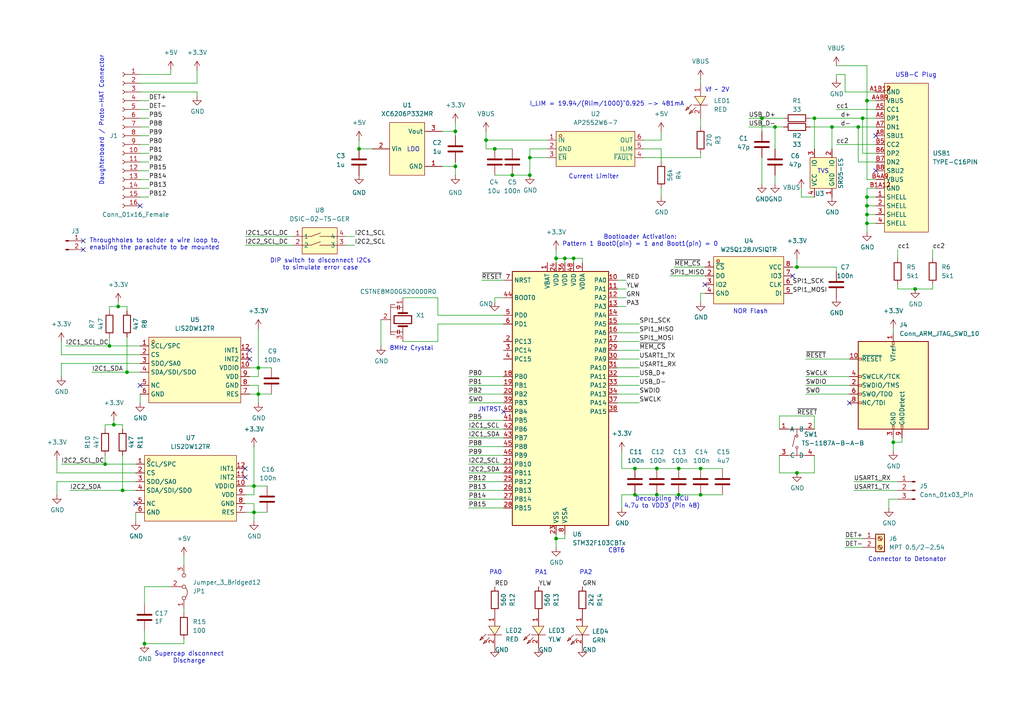
<source format=kicad_sch>
(kicad_sch (version 20231120) (generator "eeschema") (generator_version "8.0")
  (paper "A4")
  (title_block (title "ARES Parachute Board") (date "2025-02-14") (rev "v1.1") (company "Hochschule Luzern, Technik & Architektur") (comment 1 "Peter Allenspach"))
  (junction (at 140.97 40.64))
  (junction (at 33.02 123.19))
  (junction (at 148.59 50.8))
  (junction (at 34.29 88.9))
  (junction (at 231.14 137.16))
  (junction (at 74.93 106.68))
  (junction (at 161.29 156.21))
  (junction (at 184.15 135.89))
  (junction (at 190.5 143.51))
  (junction (at 259.08 128.27))
  (junction (at 41.91 186.69))
  (junction (at 153.67 45.72))
  (junction (at 251.46 62.23))
  (junction (at 224.79 36.83))
  (junction (at 104.14 43.18))
  (junction (at 132.08 48.26))
  (junction (at 248.92 36.83))
  (junction (at 251.46 29.21))
  (junction (at 163.83 74.93))
  (junction (at 184.15 143.51))
  (junction (at 251.46 59.69))
  (junction (at 220.98 34.29))
  (junction (at 196.85 143.51))
  (junction (at 265.43 83.82))
  (junction (at 132.08 38.1))
  (junction (at 74.93 114.3))
  (junction (at 251.46 57.15))
  (junction (at 36.83 107.95))
  (junction (at 250.19 34.29))
  (junction (at 190.5 135.89))
  (junction (at 203.2 143.51))
  (junction (at 35.56 142.24))
  (junction (at 143.51 43.18))
  (junction (at 153.67 50.8))
  (junction (at 73.66 140.97))
  (junction (at 166.37 74.93))
  (junction (at 161.29 74.93))
  (junction (at 203.2 135.89))
  (junction (at 196.85 135.89))
  (junction (at 31.75 100.33))
  (junction (at 30.48 134.62))
  (junction (at 241.3 36.83))
  (junction (at 251.46 64.77))
  (junction (at 236.22 34.29))
  (junction (at 231.14 77.47))
  (junction (at 73.66 148.59))
  (no_connect (at 72.39 104.14))
  (no_connect (at 39.37 146.05))
  (no_connect (at 246.38 116.84))
  (no_connect (at 40.64 111.76))
  (no_connect (at 40.64 59.69))
  (no_connect (at 146.05 119.38))
  (no_connect (at 24.13 72.39))
  (no_connect (at 71.12 135.89))
  (no_connect (at 254 39.37))
  (no_connect (at 71.12 138.43))
  (no_connect (at 254 49.53))
  (no_connect (at 72.39 101.6))
  (no_connect (at 229.87 80.01))
  (no_connect (at 24.13 69.85))
  (no_connect (at 204.47 82.55))
  (wire (pts (xy 57.15 20.32) (xy 57.15 24.13)))
  (wire (pts (xy 248.92 46.99) (xy 248.92 36.83)))
  (wire (pts (xy 31.75 100.33) (xy 40.64 100.33)))
  (wire (pts (xy 179.07 81.28) (xy 181.61 81.28)))
  (wire (pts (xy 132.08 35.56) (xy 132.08 38.1)))
  (wire (pts (xy 220.98 34.29) (xy 227.33 34.29)))
  (wire (pts (xy 261.62 128.27) (xy 259.08 128.27)))
  (wire (pts (xy 143.51 86.36) (xy 146.05 86.36)))
  (wire (pts (xy 241.3 36.83) (xy 241.3 43.18)))
  (wire (pts (xy 20.32 142.24) (xy 35.56 142.24)))
  (wire (pts (xy 104.14 43.18) (xy 107.95 43.18)))
  (wire (pts (xy 49.53 20.32) (xy 49.53 21.59)))
  (wire (pts (xy 179.07 99.06) (xy 185.42 99.06)))
  (wire (pts (xy 194.31 80.01) (xy 204.47 80.01)))
  (wire (pts (xy 140.97 40.64) (xy 140.97 38.1)))
  (wire (pts (xy 19.05 100.33) (xy 31.75 100.33)))
  (wire (pts (xy 53.34 185.42) (xy 53.34 186.69)))
  (wire (pts (xy 250.19 34.29) (xy 254 34.29)))
  (wire (pts (xy 226.06 132.08) (xy 226.06 137.16)))
  (wire (pts (xy 135.89 111.76) (xy 146.05 111.76)))
  (wire (pts (xy 184.15 143.51) (xy 180.34 143.51)))
  (wire (pts (xy 179.07 114.3) (xy 185.42 114.3)))
  (wire (pts (xy 74.93 95.25) (xy 74.93 106.68)))
  (wire (pts (xy 35.56 142.24) (xy 39.37 142.24)))
  (wire (pts (xy 39.37 148.59) (xy 39.37 151.13)))
  (wire (pts (xy 143.51 50.8) (xy 148.59 50.8)))
  (wire (pts (xy 217.17 36.83) (xy 224.79 36.83)))
  (wire (pts (xy 251.46 29.21) (xy 251.46 19.05)))
  (wire (pts (xy 36.83 107.95) (xy 40.64 107.95)))
  (wire (pts (xy 236.22 132.08) (xy 236.22 137.16)))
  (wire (pts (xy 180.34 143.51) (xy 180.34 147.32)))
  (wire (pts (xy 260.35 82.55) (xy 260.35 83.82)))
  (wire (pts (xy 135.89 124.46) (xy 146.05 124.46)))
  (wire (pts (xy 73.66 148.59) (xy 77.47 148.59)))
  (wire (pts (xy 30.48 123.19) (xy 33.02 123.19)))
  (wire (pts (xy 179.07 116.84) (xy 185.42 116.84)))
  (wire (pts (xy 31.75 97.79) (xy 31.75 100.33)))
  (wire (pts (xy 242.57 77.47) (xy 242.57 78.74)))
  (wire (pts (xy 127 99.06) (xy 116.84 99.06)))
  (wire (pts (xy 153.67 50.8) (xy 153.67 45.72)))
  (wire (pts (xy 179.07 106.68) (xy 185.42 106.68)))
  (wire (pts (xy 135.89 114.3) (xy 146.05 114.3)))
  (wire (pts (xy 127 91.44) (xy 146.05 91.44)))
  (wire (pts (xy 140.97 40.64) (xy 140.97 43.18)))
  (wire (pts (xy 74.93 111.76) (xy 74.93 114.3)))
  (wire (pts (xy 40.64 57.15) (xy 43.18 57.15)))
  (wire (pts (xy 72.39 111.76) (xy 74.93 111.76)))
  (wire (pts (xy 245.11 158.75) (xy 250.19 158.75)))
  (wire (pts (xy 132.08 48.26) (xy 132.08 50.8)))
  (wire (pts (xy 241.3 36.83) (xy 248.92 36.83)))
  (wire (pts (xy 179.07 111.76) (xy 185.42 111.76)))
  (wire (pts (xy 270.51 83.82) (xy 265.43 83.82)))
  (wire (pts (xy 74.93 106.68) (xy 78.74 106.68)))
  (wire (pts (xy 49.53 21.59) (xy 40.64 21.59)))
  (wire (pts (xy 231.14 77.47) (xy 231.14 74.93)))
  (wire (pts (xy 33.02 123.19) (xy 35.56 123.19)))
  (wire (pts (xy 74.93 106.68) (xy 74.93 109.22)))
  (wire (pts (xy 251.46 57.15) (xy 254 57.15)))
  (wire (pts (xy 140.97 43.18) (xy 143.51 43.18)))
  (wire (pts (xy 72.39 106.68) (xy 74.93 106.68)))
  (wire (pts (xy 40.64 114.3) (xy 40.64 116.84)))
  (wire (pts (xy 132.08 46.99) (xy 132.08 48.26)))
  (wire (pts (xy 251.46 59.69) (xy 254 59.69)))
  (wire (pts (xy 180.34 130.81) (xy 180.34 135.89)))
  (wire (pts (xy 242.57 19.05) (xy 251.46 19.05)))
  (wire (pts (xy 163.83 156.21) (xy 161.29 156.21)))
  (wire (pts (xy 153.67 45.72) (xy 158.75 45.72)))
  (wire (pts (xy 73.66 140.97) (xy 77.47 140.97)))
  (wire (pts (xy 168.91 76.2) (xy 168.91 74.93)))
  (wire (pts (xy 220.98 45.72) (xy 220.98 53.34)))
  (wire (pts (xy 36.83 88.9) (xy 36.83 90.17)))
  (wire (pts (xy 270.51 72.39) (xy 270.51 74.93)))
  (wire (pts (xy 110.49 92.71) (xy 110.49 100.33)))
  (wire (pts (xy 190.5 143.51) (xy 196.85 143.51)))
  (wire (pts (xy 53.34 176.53) (xy 53.34 177.8)))
  (wire (pts (xy 226.06 120.65) (xy 236.22 120.65)))
  (wire (pts (xy 71.12 146.05) (xy 73.66 146.05)))
  (wire (pts (xy 248.92 36.83) (xy 254 36.83)))
  (wire (pts (xy 203.2 135.89) (xy 209.55 135.89)))
  (wire (pts (xy 39.37 137.16) (xy 16.51 137.16)))
  (wire (pts (xy 17.78 99.06) (xy 17.78 102.87)))
  (wire (pts (xy 217.17 34.29) (xy 220.98 34.29)))
  (wire (pts (xy 128.27 48.26) (xy 132.08 48.26)))
  (wire (pts (xy 135.89 147.32) (xy 146.05 147.32)))
  (wire (pts (xy 251.46 64.77) (xy 251.46 67.31)))
  (wire (pts (xy 191.77 54.61) (xy 191.77 57.15)))
  (wire (pts (xy 179.07 83.82) (xy 181.61 83.82)))
  (wire (pts (xy 203.2 85.09) (xy 204.47 85.09)))
  (wire (pts (xy 161.29 154.94) (xy 161.29 156.21)))
  (wire (pts (xy 135.89 132.08) (xy 146.05 132.08)))
  (wire (pts (xy 226.06 137.16) (xy 231.14 137.16)))
  (wire (pts (xy 229.87 77.47) (xy 231.14 77.47)))
  (wire (pts (xy 31.75 90.17) (xy 31.75 88.9)))
  (wire (pts (xy 247.65 142.24) (xy 260.35 142.24)))
  (wire (pts (xy 41.91 175.26) (xy 41.91 170.18)))
  (wire (pts (xy 190.5 135.89) (xy 196.85 135.89)))
  (wire (pts (xy 224.79 36.83) (xy 224.79 43.18)))
  (wire (pts (xy 40.64 31.75) (xy 43.18 31.75)))
  (wire (pts (xy 186.69 45.72) (xy 203.2 45.72)))
  (wire (pts (xy 179.07 101.6) (xy 185.42 101.6)))
  (wire (pts (xy 143.51 87.63) (xy 143.51 86.36)))
  (wire (pts (xy 247.65 139.7) (xy 260.35 139.7)))
  (wire (pts (xy 251.46 59.69) (xy 251.46 62.23)))
  (wire (pts (xy 16.51 139.7) (xy 16.51 143.51)))
  (wire (pts (xy 196.85 135.89) (xy 203.2 135.89)))
  (wire (pts (xy 259.08 128.27) (xy 259.08 130.81)))
  (wire (pts (xy 179.07 93.98) (xy 185.42 93.98)))
  (wire (pts (xy 242.57 41.91) (xy 254 41.91)))
  (wire (pts (xy 31.75 88.9) (xy 34.29 88.9)))
  (wire (pts (xy 148.59 50.8) (xy 153.67 50.8)))
  (wire (pts (xy 236.22 57.15) (xy 232.41 57.15)))
  (wire (pts (xy 226.06 124.46) (xy 226.06 120.65)))
  (wire (pts (xy 234.95 36.83) (xy 241.3 36.83)))
  (wire (pts (xy 236.22 34.29) (xy 236.22 43.18)))
  (wire (pts (xy 116.84 86.36) (xy 127 86.36)))
  (wire (pts (xy 260.35 83.82) (xy 265.43 83.82)))
  (wire (pts (xy 179.07 96.52) (xy 185.42 96.52)))
  (wire (pts (xy 179.07 104.14) (xy 185.42 104.14)))
  (wire (pts (xy 234.95 34.29) (xy 236.22 34.29)))
  (wire (pts (xy 236.22 34.29) (xy 250.19 34.29)))
  (wire (pts (xy 40.64 34.29) (xy 43.18 34.29)))
  (wire (pts (xy 179.07 109.22) (xy 185.42 109.22)))
  (wire (pts (xy 270.51 82.55) (xy 270.51 83.82)))
  (wire (pts (xy 57.15 26.67) (xy 57.15 27.94)))
  (wire (pts (xy 261.62 127) (xy 261.62 128.27)))
  (wire (pts (xy 233.68 109.22) (xy 246.38 109.22)))
  (wire (pts (xy 254 29.21) (xy 251.46 29.21)))
  (wire (pts (xy 233.68 114.3) (xy 246.38 114.3)))
  (wire (pts (xy 135.89 144.78) (xy 146.05 144.78)))
  (wire (pts (xy 203.2 44.45) (xy 203.2 45.72)))
  (wire (pts (xy 251.46 54.61) (xy 251.46 57.15)))
  (wire (pts (xy 40.64 39.37) (xy 43.18 39.37)))
  (wire (pts (xy 251.46 64.77) (xy 254 64.77)))
  (wire (pts (xy 40.64 52.07) (xy 43.18 52.07)))
  (wire (pts (xy 17.78 105.41) (xy 17.78 109.22)))
  (wire (pts (xy 132.08 38.1) (xy 128.27 38.1)))
  (wire (pts (xy 161.29 72.39) (xy 161.29 74.93)))
  (wire (pts (xy 250.19 44.45) (xy 250.19 34.29)))
  (wire (pts (xy 127 93.98) (xy 127 99.06)))
  (wire (pts (xy 73.66 146.05) (xy 73.66 148.59)))
  (wire (pts (xy 195.58 77.47) (xy 204.47 77.47)))
  (wire (pts (xy 135.89 109.22) (xy 146.05 109.22)))
  (wire (pts (xy 40.64 41.91) (xy 43.18 41.91)))
  (wire (pts (xy 17.78 134.62) (xy 30.48 134.62)))
  (wire (pts (xy 71.12 68.58) (xy 85.09 68.58)))
  (wire (pts (xy 186.69 43.18) (xy 191.77 43.18)))
  (wire (pts (xy 251.46 62.23) (xy 251.46 64.77)))
  (wire (pts (xy 260.35 144.78) (xy 257.81 144.78)))
  (wire (pts (xy 127 86.36) (xy 127 91.44)))
  (wire (pts (xy 146.05 93.98) (xy 127 93.98)))
  (wire (pts (xy 224.79 50.8) (xy 224.79 53.34)))
  (wire (pts (xy 35.56 123.19) (xy 35.56 124.46)))
  (wire (pts (xy 161.29 74.93) (xy 161.29 76.2)))
  (wire (pts (xy 26.67 107.95) (xy 36.83 107.95)))
  (wire (pts (xy 224.79 36.83) (xy 227.33 36.83)))
  (wire (pts (xy 203.2 34.29) (xy 203.2 36.83)))
  (wire (pts (xy 72.39 109.22) (xy 74.93 109.22)))
  (wire (pts (xy 233.68 111.76) (xy 246.38 111.76)))
  (wire (pts (xy 186.69 40.64) (xy 191.77 40.64)))
  (wire (pts (xy 184.15 135.89) (xy 180.34 135.89)))
  (wire (pts (xy 40.64 26.67) (xy 57.15 26.67)))
  (wire (pts (xy 40.64 46.99) (xy 43.18 46.99)))
  (wire (pts (xy 254 26.67) (xy 245.11 26.67)))
  (wire (pts (xy 135.89 127) (xy 146.05 127)))
  (wire (pts (xy 132.08 38.1) (xy 132.08 39.37)))
  (wire (pts (xy 41.91 186.69) (xy 41.91 182.88)))
  (wire (pts (xy 242.57 31.75) (xy 254 31.75)))
  (wire (pts (xy 39.37 139.7) (xy 16.51 139.7)))
  (wire (pts (xy 196.85 143.51) (xy 203.2 143.51)))
  (wire (pts (xy 40.64 36.83) (xy 43.18 36.83)))
  (wire (pts (xy 104.14 40.64) (xy 104.14 43.18)))
  (wire (pts (xy 168.91 74.93) (xy 166.37 74.93)))
  (wire (pts (xy 153.67 45.72) (xy 153.67 43.18)))
  (wire (pts (xy 163.83 154.94) (xy 163.83 156.21)))
  (wire (pts (xy 251.46 62.23) (xy 254 62.23)))
  (wire (pts (xy 191.77 40.64) (xy 191.77 38.1)))
  (wire (pts (xy 257.81 144.78) (xy 257.81 147.32)))
  (wire (pts (xy 220.98 34.29) (xy 220.98 38.1)))
  (wire (pts (xy 203.2 87.63) (xy 203.2 85.09)))
  (wire (pts (xy 245.11 26.67) (xy 245.11 21.59)))
  (wire (pts (xy 35.56 132.08) (xy 35.56 142.24)))
  (wire (pts (xy 254 52.07) (xy 251.46 52.07)))
  (wire (pts (xy 40.64 54.61) (xy 43.18 54.61)))
  (wire (pts (xy 236.22 137.16) (xy 231.14 137.16)))
  (wire (pts (xy 40.64 49.53) (xy 43.18 49.53)))
  (wire (pts (xy 163.83 74.93) (xy 163.83 76.2)))
  (wire (pts (xy 191.77 43.18) (xy 191.77 46.99)))
  (wire (pts (xy 179.07 86.36) (xy 181.61 86.36)))
  (wire (pts (xy 135.89 134.62) (xy 146.05 134.62)))
  (wire (pts (xy 251.46 52.07) (xy 251.46 29.21)))
  (wire (pts (xy 40.64 24.13) (xy 57.15 24.13)))
  (wire (pts (xy 71.12 143.51) (xy 73.66 143.51)))
  (wire (pts (xy 73.66 148.59) (xy 73.66 151.13)))
  (wire (pts (xy 259.08 127) (xy 259.08 128.27)))
  (wire (pts (xy 71.12 71.12) (xy 85.09 71.12)))
  (wire (pts (xy 233.68 104.14) (xy 246.38 104.14)))
  (wire (pts (xy 73.66 140.97) (xy 73.66 143.51)))
  (wire (pts (xy 100.33 68.58) (xy 102.87 68.58)))
  (wire (pts (xy 53.34 161.29) (xy 53.34 163.83)))
  (wire (pts (xy 251.46 57.15) (xy 251.46 59.69)))
  (wire (pts (xy 184.15 135.89) (xy 190.5 135.89)))
  (wire (pts (xy 71.12 140.97) (xy 73.66 140.97)))
  (wire (pts (xy 34.29 87.63) (xy 34.29 88.9)))
  (wire (pts (xy 158.75 40.64) (xy 140.97 40.64)))
  (wire (pts (xy 143.51 43.18) (xy 148.59 43.18)))
  (wire (pts (xy 34.29 88.9) (xy 36.83 88.9)))
  (wire (pts (xy 36.83 97.79) (xy 36.83 107.95)))
  (wire (pts (xy 166.37 74.93) (xy 163.83 74.93)))
  (wire (pts (xy 74.93 114.3) (xy 78.74 114.3)))
  (wire (pts (xy 163.83 74.93) (xy 161.29 74.93)))
  (wire (pts (xy 203.2 143.51) (xy 209.55 143.51)))
  (wire (pts (xy 73.66 129.54) (xy 73.66 140.97)))
  (wire (pts (xy 254 44.45) (xy 250.19 44.45)))
  (wire (pts (xy 40.64 44.45) (xy 43.18 44.45)))
  (wire (pts (xy 245.11 21.59) (xy 242.57 21.59)))
  (wire (pts (xy 74.93 114.3) (xy 74.93 116.84)))
  (wire (pts (xy 153.67 43.18) (xy 158.75 43.18)))
  (wire (pts (xy 135.89 129.54) (xy 146.05 129.54)))
  (wire (pts (xy 231.14 77.47) (xy 242.57 77.47)))
  (wire (pts (xy 260.35 72.39) (xy 260.35 74.93)))
  (wire (pts (xy 33.02 121.92) (xy 33.02 123.19)))
  (wire (pts (xy 139.7 81.28) (xy 146.05 81.28)))
  (wire (pts (xy 30.48 132.08) (xy 30.48 134.62)))
  (wire (pts (xy 30.48 124.46) (xy 30.48 123.19)))
  (wire (pts (xy 245.11 156.21) (xy 250.19 156.21)))
  (wire (pts (xy 232.41 54.61) (xy 232.41 57.15)))
  (wire (pts (xy 135.89 121.92) (xy 146.05 121.92)))
  (wire (pts (xy 203.2 22.86) (xy 203.2 24.13)))
  (wire (pts (xy 135.89 137.16) (xy 146.05 137.16)))
  (wire (pts (xy 184.15 143.51) (xy 190.5 143.51)))
  (wire (pts (xy 72.39 114.3) (xy 74.93 114.3)))
  (wire (pts (xy 236.22 124.46) (xy 236.22 120.65)))
  (wire (pts (xy 40.64 29.21) (xy 43.18 29.21)))
  (wire (pts (xy 30.48 134.62) (xy 39.37 134.62)))
  (wire (pts (xy 40.64 105.41) (xy 17.78 105.41)))
  (wire (pts (xy 41.91 170.18) (xy 49.53 170.18)))
  (wire (pts (xy 179.07 88.9) (xy 181.61 88.9)))
  (wire (pts (xy 135.89 142.24) (xy 146.05 142.24)))
  (wire (pts (xy 135.89 139.7) (xy 146.05 139.7)))
  (wire (pts (xy 242.57 21.59) (xy 242.57 22.86)))
  (wire (pts (xy 161.29 156.21) (xy 161.29 158.75)))
  (wire (pts (xy 16.51 133.35) (xy 16.51 137.16)))
  (wire (pts (xy 135.89 116.84) (xy 146.05 116.84)))
  (wire (pts (xy 40.64 102.87) (xy 17.78 102.87)))
  (wire (pts (xy 166.37 74.93) (xy 166.37 76.2)))
  (wire (pts (xy 100.33 71.12) (xy 102.87 71.12)))
  (wire (pts (xy 254 46.99) (xy 248.92 46.99)))
  (wire (pts (xy 254 54.61) (xy 251.46 54.61)))
  (wire (pts (xy 53.34 186.69) (xy 41.91 186.69)))
  (wire (pts (xy 71.12 148.59) (xy 73.66 148.59)))
  (wire (pts (xy 259.08 95.25) (xy 259.08 96.52)))
  (text "TVS" (at 238.76 49.784 0) (effects (font (size 1.27 1.27))))
  (text "JNTRST" (at 141.986 118.872 0) (effects (font (size 1.27 1.27))))
  (text "I_LIM = 19.94/(Rlim/1000)^0.925 -> 481mA" (at 176.022 30.226 0) (effects (font (size 1.27 1.27))))
  (text "Throughholes to solder a wire loop to,\nenabling the parachute to be mounted" (at 25.908 72.644 0) (effects (font (size 1.27 1.27)) (justify left bottom)))
  (text "Bootloader Activation:\nPattern 1 Boot0(pin) = 1 and Boot1(pin) = 0" (at 185.674 69.85 0) (effects (font (size 1.27 1.27))))
  (text "Connector to Detonator" (at 263.144 162.306 0) (effects (font (size 1.27 1.27))))
  (text "LDO" (at 119.888 43.434 0) (effects (font (size 1.27 1.27))))
  (text "8MHz Crystal" (at 119.38 101.092 0) (effects (font (size 1.27 1.27))))
  (text "PA2" (at 169.926 166.116 0) (effects (font (size 1.27 1.27))))
  (text "DIP switch to disconnect I2Cs\nto simulate error case" (at 92.964 76.708 0) (effects (font (size 1.27 1.27))))
  (text "NOR Flash" (at 217.678 90.424 0) (effects (font (size 1.27 1.27))))
  (text "USB-C Plug" (at 265.684 21.844 0) (effects (font (size 1.27 1.27))))
  (text "Vf ~ 2V" (at 208.026 26.162 0) (effects (font (size 1.27 1.27))))
  (text "PA0" (at 143.764 166.116 0) (effects (font (size 1.27 1.27))))
  (text "PA1" (at 156.972 166.116 0) (effects (font (size 1.27 1.27))))
  (text "Current Limiter" (at 172.212 51.308 0) (effects (font (size 1.27 1.27))))
  (text "CBT6" (at 178.816 159.766 0) (effects (font (size 1.27 1.27))))
  (text "Decoupling MCU\n4.7u to VDD3 (Pin 48)" (at 192.024 145.796 0) (effects (font (size 1.27 1.27))))
  (text "Daughterboard / Proto-HAT Connector" (at 30.226 53.848 90) (effects (font (size 1.27 1.27)) (justify left bottom)))
  (text "Supercap disconnect\nDischarge" (at 54.864 190.754 0) (effects (font (size 1.27 1.27))))
  (label "~{RESET}" (at 139.7 81.28 0))
  (label "PB8" (at 135.89 129.54 0))
  (label "PB5" (at 135.89 121.92 0))
  (label "I2C1_SDA" (at 26.67 107.95 0))
  (label "PB2" (at 135.89 114.3 0))
  (label "USB_D-" (at 185.42 111.76 0))
  (label "USART1_RX" (at 185.42 106.68 0))
  (label "~{MEM_CS}" (at 195.58 77.47 0))
  (label "PB15" (at 135.89 147.32 0))
  (label "I2C2_SDA" (at 20.32 142.24 0))
  (label "cc1" (at 260.35 72.39 0))
  (label "YLW" (at 181.61 83.82 0))
  (label "USART1_TX" (at 247.65 142.24 0))
  (label "cc2" (at 242.57 41.91 0))
  (label "PB1" (at 135.89 111.76 0))
  (label "YLW" (at 156.21 170.18 0))
  (label "PB9" (at 43.18 39.37 0))
  (label "DET+" (at 43.18 29.21 0))
  (label "SWCLK" (at 233.68 109.22 0))
  (label "DET-" (at 245.11 158.75 0))
  (label "PB15" (at 43.18 49.53 0))
  (label "I2C1_SCL" (at 102.87 68.58 0))
  (label "PB8" (at 43.18 36.83 0))
  (label "PB2" (at 43.18 46.99 0))
  (label "PB14" (at 135.89 144.78 0))
  (label "I2C2_SCL" (at 135.89 134.62 0))
  (label "SWCLK" (at 185.42 116.84 0))
  (label "USART1_TX" (at 185.42 104.14 0))
  (label "PB1" (at 43.18 44.45 0))
  (label "PB9" (at 135.89 132.08 0))
  (label "PA3" (at 181.61 88.9 0))
  (label "SWO" (at 233.68 114.3 0))
  (label "RED" (at 181.61 81.28 0))
  (label "I2C1_SCL" (at 135.89 124.46 0))
  (label "USB_D+" (at 217.17 34.29 0))
  (label "SPI1_MOSI" (at 185.42 99.06 0))
  (label "SPI1_SCK" (at 229.87 82.55 0))
  (label "cc2" (at 270.51 72.39 0))
  (label "~{RESET}" (at 233.68 104.14 0))
  (label "PB5" (at 43.18 34.29 0))
  (label "PB12" (at 135.89 139.7 0))
  (label "I2C2_SCL_DC" (at 71.12 71.12 0))
  (label "PB13" (at 135.89 142.24 0))
  (label "SPI1_MISO" (at 194.31 80.01 0))
  (label "PB0" (at 135.89 109.22 0))
  (label "GRN" (at 181.61 86.36 0))
  (label "RED" (at 143.51 170.18 0))
  (label "SWDIO" (at 233.68 111.76 0))
  (label "DET-" (at 43.18 31.75 0))
  (label "SPI1_MOSI" (at 229.87 85.09 0))
  (label "PB0" (at 43.18 41.91 0))
  (label "I2C2_SCL_DC" (at 17.78 134.62 0))
  (label "PB12" (at 43.18 57.15 0))
  (label "USART1_RX" (at 247.65 139.7 0))
  (label "SPI1_SCK" (at 185.42 93.98 0))
  (label "I2C1_SDA" (at 135.89 127 0))
  (label "SPI1_MISO" (at 185.42 96.52 0))
  (label "USB_D-" (at 217.17 36.83 0))
  (label "DET+" (at 245.11 156.21 0))
  (label "I2C2_SDA" (at 135.89 137.16 0))
  (label "PB14" (at 43.18 52.07 0))
  (label "I2C2_SCL" (at 102.87 71.12 0))
  (label "I2C1_SCL_DC" (at 19.05 100.33 0))
  (label "USB_D+" (at 185.42 109.22 0))
  (label "d+" (at 243.84 34.29 0))
  (label "GRN" (at 168.91 170.18 0))
  (label "d-" (at 243.84 36.83 0))
  (label "~{RESET}" (at 231.14 120.65 0))
  (label "I2C1_SCL_DC" (at 71.12 68.58 0))
  (label "~{MEM_CS}" (at 185.42 101.6 0))
  (label "cc1" (at 242.57 31.75 0))
  (label "SWO" (at 135.89 116.84 0))
  (label "SWDIO" (at 185.42 114.3 0))
  (label "PB13" (at 43.18 54.61 0))
  (symbol (lib_id "Device:C") (at 41.91 179.07 0) (unit 1)
    (property "Reference" "C17" (at 44.831 177.9016 0) (effects (justify left)))
    (property "Value" "1F" (at 44.831 180.213 0) (effects (justify left)))
    (property "Footprint" "asyd-parachute:SCMR18C105MRBA0" (effects (hide yes)))
    (property "Datasheet" "https://www.mouser.ch/datasheet/2/40/AVX_SCM-1018838.pdf" (effects (hide yes)))
    (property "Mouser" "581-SCMR18C105MRBA0" (effects (hide yes)))
  )
  (symbol (lib_id "power:GND") (at 41.91 186.69 0) (unit 1)
    (property "Reference" "#PWR050" (effects (hide yes)))
    (property "Value" "GND" (at 42.037 191.0842 0))
  )
  (symbol (lib_id "Connector:Conn_01x16_Female") (at 35.56 39.37 0) (mirror y) (unit 1)
    (property "Reference" "J1" (at 33.02 39.37 0))
    (property "Value" "Conn_01x16_Female" (at 39.37 62.23 0))
    (property "Footprint" "Connector_PinHeader_2.54mm:PinHeader_1x16_P2.54mm_Vertical" (effects (hide yes)))
  )
  (symbol (lib_id "power:GND") (at 57.15 27.94 0) (unit 1)
    (property "Reference" "#PWR06" (effects (hide yes)))
    (property "Value" "GND" (at 57.277 32.3342 0))
  )
  (symbol (lib_id "Connector:Conn_01x02_Male") (at 19.05 69.85 0) (unit 1)
    (property "Reference" "J3" (at 21.844 67.056 0))
    (property "Value" "Conn_01x02_Male" (effects (hide yes)))
    (property "Footprint" "Connector_PinHeader_2.54mm:PinHeader_1x02_P2.54mm_Vertical" (effects (hide yes)))
  )
  (symbol (lib_id "power:+5V") (at 49.53 20.32 0) (unit 1)
    (property "Reference" "#PWR02" (effects (hide yes)))
    (property "Value" "+5V" (at 49.53 15.24 0))
    (property "Description" "Power symbol creates a global label with name \"+5V\"" (effects (hide yes)))
  )
  (symbol (lib_id "Device:C") (at 132.08 43.18 0) (unit 1)
    (property "Reference" "C2" (at 126.746 41.402 0))
    (property "Value" "1u" (at 126.746 43.942 0))
    (property "Footprint" "Capacitor_SMD:C_0603_1608Metric" (effects (hide yes)))
    (property "Description" "Unpolarized capacitor" (effects (hide yes)))
    (property "LCSC Part" "C1648" (effects (hide yes)))
    (property "LCSC" "C15849" (effects (hide yes)))
  )
  (symbol (lib_id "power:+3.3V") (at 231.14 74.93 0) (unit 1)
    (property "Reference" "#PWR021" (effects (hide yes)))
    (property "Value" "+3.3V" (at 231.14 69.85 0))
    (property "Description" "Power symbol creates a global label with name \"+3.3V\"" (effects (hide yes)))
  )
  (symbol (lib_id "Device:R") (at 168.91 173.99 180) (unit 1)
    (property "Reference" "R14" (at 173.99 173.99 90))
    (property "Value" "2k2" (at 171.45 173.99 90))
    (property "Footprint" "Resistor_SMD:R_0603_1608Metric" (effects (hide yes)))
    (property "Description" "Resistor" (effects (hide yes)))
    (property "LCSC" "C4190" (effects (hide yes)))
  )
  (symbol (lib_id "Device:C") (at 184.15 139.7 0) (unit 1)
    (property "Reference" "C11" (at 184.404 131.064 0))
    (property "Value" "100n" (at 184.404 133.604 0))
    (property "Footprint" "Capacitor_SMD:C_0603_1608Metric" (effects (hide yes)))
    (property "Description" "Unpolarized capacitor" (effects (hide yes)))
    (property "LCSC Part" "C1648" (effects (hide yes)))
    (property "LCSC" "C14663" (effects (hide yes)))
  )
  (symbol (lib_id "easyeda_exported:AP2552W6-7") (at 172.72 43.18 0) (unit 1)
    (property "Reference" "U2" (at 172.72 33.02 0))
    (property "Value" "AP2552W6-7" (at 172.72 35.56 0))
    (property "Footprint" "easyeda_exported:SOT-26_L3.0-W1.6-P0.95-LS2.8-BL" (effects (hide yes)))
    (property "Datasheet" "https://lcsc.com/product-detail/PMIC-Power-Distribution-Switches_Diodes-Incorporated-AP2552W6-7_C441824.html" (effects (hide yes)))
    (property "Description" "Adjustable Current Limiter" (effects (hide yes)))
    (property "LCSC Part" "C441824" (effects (hide yes)))
    (property "LCSC" "C441824" (effects (hide yes)))
  )
  (symbol (lib_id "power:GND") (at 231.14 137.16 0) (unit 1)
    (property "Reference" "#PWR032" (effects (hide yes)))
    (property "Value" "GND" (at 231.267 141.5542 0))
  )
  (symbol (lib_id "power:+3.3V") (at 74.93 95.25 0) (unit 1)
    (property "Reference" "#PWR027" (effects (hide yes)))
    (property "Value" "+3.3V" (at 74.93 90.17 0))
    (property "Description" "Power symbol creates a global label with name \"+3.3V\"" (effects (hide yes)))
  )
  (symbol (lib_id "power:GND") (at 161.29 158.75 0) (unit 1)
    (property "Reference" "#PWR045" (effects (hide yes)))
    (property "Value" "GND" (at 161.417 163.1442 0))
  )
  (symbol (lib_id "Device:R") (at 231.14 36.83 270) (unit 1)
    (property "Reference" "R2" (at 231.14 39.37 90))
    (property "Value" "33" (at 231.14 41.91 90))
    (property "Footprint" "Resistor_SMD:R_0603_1608Metric" (effects (hide yes)))
    (property "Description" "Resistor" (effects (hide yes)))
    (property "LCSC" "C23140" (effects (hide yes)))
  )
  (symbol (lib_id "Connector:Conn_ARM_JTAG_SWD_10") (at 259.08 111.76 0) (mirror y) (unit 1)
    (property "Reference" "J4" (at 260.858 94.234 0) (effects (justify right)))
    (property "Value" "Conn_ARM_JTAG_SWD_10" (at 260.858 96.774 0) (effects (justify right)))
    (property "Footprint" "Connector_PinHeader_1.27mm:PinHeader_2x05_P1.27mm_Vertical" (effects (hide yes)))
    (property "Datasheet" "http://infocenter.arm.com/help/topic/com.arm.doc.ddi0314h/DDI0314H_coresight_components_trm.pdf" (effects (hide yes)))
    (property "Description" "Cortex Debug Connector, standard ARM Cortex-M SWD and JTAG interface" (effects (hide yes)))
    (property "LCSC Part" "C7501289" (effects (hide yes)))
    (property "LCSC" "C7501289" (effects (hide yes)))
  )
  (symbol (lib_id "power:GND") (at 259.08 130.81 0) (unit 1)
    (property "Reference" "#PWR038" (effects (hide yes)))
    (property "Value" "GND" (at 259.207 135.2042 0))
  )
  (symbol (lib_id "Device:R") (at 231.14 34.29 270) (unit 1)
    (property "Reference" "R1" (at 231.14 29.21 90))
    (property "Value" "33" (at 231.14 31.75 90))
    (property "Footprint" "Resistor_SMD:R_0603_1608Metric" (effects (hide yes)))
    (property "Description" "Resistor" (effects (hide yes)))
    (property "LCSC" "C23140" (effects (hide yes)))
  )
  (symbol (lib_id "Connector:Conn_01x03_Pin") (at 265.43 142.24 0) (mirror y) (unit 1)
    (property "Reference" "J5" (at 266.7 140.9699 0) (effects (justify right)))
    (property "Value" "Conn_01x03_Pin" (at 266.7 143.5099 0) (effects (justify right)))
    (property "Footprint" "Connector_PinHeader_2.54mm:PinHeader_1x03_P2.54mm_Horizontal" (effects (hide yes)))
    (property "Description" "Generic connector, single row, 01x03, script generated" (effects (hide yes)))
  )
  (symbol (lib_id "Device:C") (at 209.55 139.7 0) (unit 1)
    (property "Reference" "C15" (at 209.804 131.064 0))
    (property "Value" "4u7" (at 209.804 133.604 0))
    (property "Footprint" "Capacitor_SMD:C_0603_1608Metric" (effects (hide yes)))
    (property "Description" "Unpolarized capacitor" (effects (hide yes)))
    (property "LCSC Part" "C1648" (effects (hide yes)))
    (property "LCSC" "C19666" (effects (hide yes)))
  )
  (symbol (lib_id "easyeda_exported:DSIC-02-TS-GER") (at 92.71 71.12 270) (unit 1)
    (property "Reference" "U8" (at 92.71 60.96 90))
    (property "Value" "DSIC-02-TS-GER" (at 92.71 63.5 90))
    (property "Footprint" "easyeda_exported:SW-SMD_DSIC-02-TS-GER" (effects (hide yes)))
    (property "LCSC Part" "C7471373" (effects (hide yes)))
    (property "LCSC" "C7471373" (effects (hide yes)))
  )
  (symbol (lib_id "Device:R") (at 203.2 40.64 180) (unit 1)
    (property "Reference" "R3" (at 208.28 40.64 90))
    (property "Value" "270" (at 205.74 40.64 90))
    (property "Footprint" "Resistor_SMD:R_0603_1608Metric" (effects (hide yes)))
    (property "Description" "Resistor" (effects (hide yes)))
    (property "LCSC" "C22966" (effects (hide yes)))
  )
  (symbol (lib_id "power:VBUS") (at 203.2 22.86 0) (unit 1)
    (property "Reference" "#PWR04" (effects (hide yes)))
    (property "Value" "VBUS" (at 203.2 17.78 0))
    (property "Description" "Power symbol creates a global label with name \"VBUS\"" (effects (hide yes)))
  )
  (symbol (lib_id "power:GND") (at 17.78 109.22 0) (unit 1)
    (property "Reference" "#PWR031" (effects (hide yes)))
    (property "Value" "GND" (at 17.907 113.6142 0))
  )
  (symbol (lib_id "power:+3.3V") (at 34.29 87.63 0) (unit 1)
    (property "Reference" "#PWR024" (effects (hide yes)))
    (property "Value" "+3.3V" (at 34.29 82.55 0))
    (property "Description" "Power symbol creates a global label with name \"+3.3V\"" (effects (hide yes)))
  )
  (symbol (lib_id "power:GND") (at 73.66 151.13 0) (unit 1)
    (property "Reference" "#PWR044" (effects (hide yes)))
    (property "Value" "GND" (at 73.787 155.5242 0))
  )
  (symbol (lib_id "power:+5V") (at 191.77 38.1 0) (unit 1)
    (property "Reference" "#PWR09" (effects (hide yes)))
    (property "Value" "+5V" (at 191.77 33.02 0))
    (property "Description" "Power symbol creates a global label with name \"+5V\"" (effects (hide yes)))
  )
  (symbol (lib_id "Device:R") (at 260.35 78.74 180) (unit 1)
    (property "Reference" "R5" (at 262.89 77.4699 0) (effects (justify right)))
    (property "Value" "5k1" (at 262.89 80.0099 0) (effects (justify right)))
    (property "Footprint" "Resistor_SMD:R_0603_1608Metric" (effects (hide yes)))
    (property "Description" "Resistor" (effects (hide yes)))
    (property "LCSC" "C23186" (effects (hide yes)))
  )
  (symbol (lib_id "Device:C") (at 242.57 82.55 0) (unit 1)
    (property "Reference" "C7" (at 245.11 77.47 0))
    (property "Value" "100n" (at 245.11 80.01 0))
    (property "Footprint" "Capacitor_SMD:C_0603_1608Metric" (effects (hide yes)))
    (property "Description" "Unpolarized capacitor" (effects (hide yes)))
    (property "LCSC Part" "C1648" (effects (hide yes)))
    (property "LCSC" "C14663" (effects (hide yes)))
  )
  (symbol (lib_id "power:+3.3V") (at 180.34 130.81 0) (unit 1)
    (property "Reference" "#PWR037" (effects (hide yes)))
    (property "Value" "+3.3V" (at 180.34 125.73 0))
    (property "Description" "Power symbol creates a global label with name \"+3.3V\"" (effects (hide yes)))
  )
  (symbol (lib_id "power:GND") (at 251.46 67.31 0) (unit 1)
    (property "Reference" "#PWR019" (effects (hide yes)))
    (property "Value" "GND" (at 251.587 71.7042 0))
  )
  (symbol (lib_id "Device:C") (at 148.59 46.99 0) (unit 1)
    (property "Reference" "C5" (at 148.59 52.832 0))
    (property "Value" "100n" (at 148.59 55.372 0))
    (property "Footprint" "Capacitor_SMD:C_0603_1608Metric" (effects (hide yes)))
    (property "Description" "Unpolarized capacitor" (effects (hide yes)))
    (property "LCSC Part" "C1648" (effects (hide yes)))
    (property "LCSC" "C14663" (effects (hide yes)))
  )
  (symbol (lib_id "Device:R") (at 31.75 93.98 0) (unit 1)
    (property "Reference" "R7" (at 26.67 93.98 90))
    (property "Value" "4k7" (at 29.21 93.98 90))
    (property "Footprint" "Resistor_SMD:R_0603_1608Metric" (effects (hide yes)))
    (property "Description" "Resistor" (effects (hide yes)))
    (property "LCSC" "C23162" (effects (hide yes)))
  )
  (symbol (lib_id "power:GND") (at 180.34 147.32 0) (unit 1)
    (property "Reference" "#PWR041" (effects (hide yes)))
    (property "Value" "GND" (at 180.467 151.7142 0))
  )
  (symbol (lib_id "easyeda_exported:FC-2012HRK-620D") (at 143.51 182.88 90) (unit 1)
    (property "Reference" "LED2" (at 146.558 182.88 90) (effects (justify right)))
    (property "Value" "RED" (at 146.558 185.42 90) (effects (justify right)))
    (property "Footprint" "easyeda_exported:LED0805-R-RD" (effects (hide yes)))
    (property "Datasheet" "https://lcsc.com/product-detail/Light-Emitting-Diodes-LED_Red-LED-SMDLED-80-180mcd_C84256.html" (effects (hide yes)))
    (property "Description" "LED 0805 Red" (effects (hide yes)))
    (property "LCSC Part" "C84256" (effects (hide yes)))
    (property "LCSC" "C84256" (effects (hide yes)))
  )
  (symbol (lib_id "Device:C") (at 104.14 46.99 0) (unit 1)
    (property "Reference" "C3" (at 98.806 45.212 0))
    (property "Value" "1u" (at 98.806 47.752 0))
    (property "Footprint" "Capacitor_SMD:C_0603_1608Metric" (effects (hide yes)))
    (property "Description" "Unpolarized capacitor" (effects (hide yes)))
    (property "LCSC Part" "C1648" (effects (hide yes)))
    (property "LCSC" "C15849" (effects (hide yes)))
  )
  (symbol (lib_id "power:+3.3V") (at 57.15 20.32 0) (unit 1)
    (property "Reference" "#PWR03" (effects (hide yes)))
    (property "Value" "+3.3V" (at 57.15 15.24 0))
    (property "Description" "Power symbol creates a global label with name \"+3.3V\"" (effects (hide yes)))
  )
  (symbol (lib_id "power:+3.3V") (at 161.29 72.39 0) (unit 1)
    (property "Reference" "#PWR020" (effects (hide yes)))
    (property "Value" "+3.3V" (at 161.29 67.31 0))
    (property "Description" "Power symbol creates a global label with name \"+3.3V\"" (effects (hide yes)))
  )
  (symbol (lib_id "power:GND") (at 40.64 116.84 0) (unit 1)
    (property "Reference" "#PWR033" (effects (hide yes)))
    (property "Value" "GND" (at 40.767 121.2342 0))
  )
  (symbol (lib_id "power:VBUS") (at 140.97 38.1 0) (unit 1)
    (property "Reference" "#PWR08" (effects (hide yes)))
    (property "Value" "VBUS" (at 140.97 33.02 0))
    (property "Description" "Power symbol creates a global label with name \"VBUS\"" (effects (hide yes)))
  )
  (symbol (lib_id "power:GND") (at 191.77 57.15 0) (unit 1)
    (property "Reference" "#PWR017" (effects (hide yes)))
    (property "Value" "GND" (at 191.897 61.5442 0))
  )
  (symbol (lib_id "Device:C") (at 78.74 110.49 0) (unit 1)
    (property "Reference" "C9" (at 78.994 101.854 0))
    (property "Value" "100n" (at 78.994 104.394 0))
    (property "Footprint" "Capacitor_SMD:C_0603_1608Metric" (effects (hide yes)))
    (property "Description" "Unpolarized capacitor" (effects (hide yes)))
    (property "LCSC Part" "C1648" (effects (hide yes)))
    (property "LCSC" "C14663" (effects (hide yes)))
  )
  (symbol (lib_id "power:GND") (at 220.98 53.34 0) (unit 1)
    (property "Reference" "#PWR014" (effects (hide yes)))
    (property "Value" "GND" (at 221.107 57.7342 0))
  )
  (symbol (lib_id "Jumper:Jumper_3_Bridged12") (at 53.34 170.18 270) (mirror x) (unit 1) (exclude_from_sim yes) (in_bom no)
    (property "Reference" "JP1" (at 55.88 171.4501 90) (effects (justify left)))
    (property "Value" "Jumper_3_Bridged12" (at 55.88 168.9101 90) (effects (justify left)))
    (property "Footprint" "Connector_PinHeader_2.54mm:PinHeader_1x03_P2.54mm_Horizontal" (effects (hide yes)))
    (property "Description" "Jumper, 3-pole, pins 1+2 closed/bridged" (effects (hide yes)))
  )
  (symbol (lib_id "power:GND") (at 224.79 53.34 0) (unit 1)
    (property "Reference" "#PWR015" (effects (hide yes)))
    (property "Value" "GND" (at 224.917 57.7342 0))
  )
  (symbol (lib_id "Device:R") (at 270.51 78.74 180) (unit 1)
    (property "Reference" "R6" (at 273.05 77.4699 0) (effects (justify right)))
    (property "Value" "5k1" (at 273.05 80.0099 0) (effects (justify right)))
    (property "Footprint" "Resistor_SMD:R_0603_1608Metric" (effects (hide yes)))
    (property "Description" "Resistor" (effects (hide yes)))
    (property "LCSC" "C23186" (effects (hide yes)))
  )
  (symbol (lib_id "power:GND") (at 143.51 87.63 0) (unit 1)
    (property "Reference" "#PWR025" (effects (hide yes)))
    (property "Value" "GND" (at 140.97 88.138 0))
  )
  (symbol (lib_id "power:GND") (at 242.57 22.86 0) (unit 1)
    (property "Reference" "#PWR05" (effects (hide yes)))
    (property "Value" "GND" (at 242.697 27.2542 0))
  )
  (symbol (lib_id "Device:C") (at 203.2 139.7 0) (unit 1)
    (property "Reference" "C14" (at 203.454 131.064 0))
    (property "Value" "100n" (at 203.454 133.604 0))
    (property "Footprint" "Capacitor_SMD:C_0603_1608Metric" (effects (hide yes)))
    (property "Description" "Unpolarized capacitor" (effects (hide yes)))
    (property "LCSC Part" "C1648" (effects (hide yes)))
    (property "LCSC" "C14663" (effects (hide yes)))
  )
  (symbol (lib_id "easyeda_exported:17-21SUYC_TR8") (at 156.21 182.88 90) (unit 1)
    (property "Reference" "LED3" (at 159.004 182.88 90) (effects (justify right)))
    (property "Value" "YLW" (at 159.004 185.42 90) (effects (justify right)))
    (property "Footprint" "easyeda_exported:LED0805-R-RD" (effects (hide yes)))
    (property "Datasheet" "https://lcsc.com/product-detail/Light-Emitting-Diodes-LED_Yellow-light-0805-Highlighted_C2296.html" (effects (hide yes)))
    (property "Description" "LED 0805 Yellow" (effects (hide yes)))
    (property "LCSC Part" "C2296" (effects (hide yes)))
    (property "LCSC" "C2296" (effects (hide yes)))
  )
  (symbol (lib_id "power:GND") (at 203.2 87.63 0) (unit 1)
    (property "Reference" "#PWR026" (effects (hide yes)))
    (property "Value" "GND" (at 203.327 92.0242 0))
  )
  (symbol (lib_id "power:GND") (at 168.91 187.96 0) (unit 1)
    (property "Reference" "#PWR049" (effects (hide yes)))
    (property "Value" "GND" (at 170.942 188.468 0))
  )
  (symbol (lib_id "power:GND") (at 257.81 147.32 0) (unit 1)
    (property "Reference" "#PWR042" (effects (hide yes)))
    (property "Value" "GND" (at 257.937 151.7142 0))
  )
  (symbol (lib_name "GND_1") (lib_id "power:GND") (at 104.14 50.8 0) (unit 1)
    (property "Reference" "#PWR011" (effects (hide yes)))
    (property "Value" "GND" (at 104.14 55.88 0))
    (property "Description" "Power symbol creates a global label with name \"GND\" , ground" (effects (hide yes)))
  )
  (symbol (lib_id "Device:R") (at 36.83 93.98 180) (unit 1)
    (property "Reference" "R8" (at 41.91 93.98 90))
    (property "Value" "4k7" (at 39.37 93.98 90))
    (property "Footprint" "Resistor_SMD:R_0603_1608Metric" (effects (hide yes)))
    (property "Description" "Resistor" (effects (hide yes)))
    (property "LCSC" "C23162" (effects (hide yes)))
  )
  (symbol (lib_id "power:+3.3V") (at 259.08 95.25 0) (unit 1)
    (property "Reference" "#PWR029" (effects (hide yes)))
    (property "Value" "+3.3V" (at 259.08 90.17 0))
    (property "Description" "Power symbol creates a global label with name \"+3.3V\"" (effects (hide yes)))
  )
  (symbol (lib_name "GND_1") (lib_id "power:GND") (at 132.08 50.8 0) (unit 1)
    (property "Reference" "#PWR012" (effects (hide yes)))
    (property "Value" "GND" (at 132.08 55.88 0))
    (property "Description" "Power symbol creates a global label with name \"GND\" , ground" (effects (hide yes)))
  )
  (symbol (lib_id "easyeda_exported:XC6206P332MR") (at 118.11 43.18 0) (unit 1)
    (property "Reference" "U1" (at 118.11 30.48 0))
    (property "Value" "XC6206P332MR" (at 118.11 33.02 0))
    (property "Footprint" "easyeda_exported:SOT-23-3_L2.9-W1.6-P1.90-LS2.8-BR" (effects (hide yes)))
    (property "Datasheet" "https://lcsc.com/product-detail/Low-Dropout-Regulators-LDO_XC6206P332MR_C5446.html" (effects (hide yes)))
    (property "LCSC Part" "C5446" (effects (hide yes)))
    (property "LCSC" "C5446" (effects (hide yes)))
  )
  (symbol (lib_id "power:GND") (at 241.3 57.15 0) (unit 1)
    (property "Reference" "#PWR018" (effects (hide yes)))
    (property "Value" "GND" (at 241.427 61.5442 0))
  )
  (symbol (lib_id "easyeda_exported:TS-1187A-B-A-B") (at 231.14 127 0) (unit 1)
    (property "Reference" "SW1" (at 235.204 125.984 0))
    (property "Value" "TS-1187A-B-A-B" (at 241.554 128.524 0))
    (property "Footprint" "easyeda_exported:SW-SMD_4P-L5.1-W5.1-P3.70-LS6.5-TL_H1.5" (effects (hide yes)))
    (property "Datasheet" "https://lcsc.com/product-detail/Tactile-Switches_XKB-Enterprise-TS-1187-B-A-A_C318884.html" (effects (hide yes)))
    (property "LCSC Part" "C318884" (effects (hide yes)))
    (property "LCSC" "C318884" (effects (hide yes)))
  )
  (symbol (lib_id "Device:C") (at 190.5 139.7 0) (unit 1)
    (property "Reference" "C12" (at 190.754 131.064 0))
    (property "Value" "100n" (at 190.754 133.604 0))
    (property "Footprint" "Capacitor_SMD:C_0603_1608Metric" (effects (hide yes)))
    (property "Description" "Unpolarized capacitor" (effects (hide yes)))
    (property "LCSC Part" "C1648" (effects (hide yes)))
    (property "LCSC" "C14663" (effects (hide yes)))
  )
  (symbol (lib_id "Device:R") (at 35.56 128.27 180) (unit 1)
    (property "Reference" "R11" (at 40.64 128.27 90))
    (property "Value" "4k7" (at 38.1 128.27 90))
    (property "Footprint" "Resistor_SMD:R_0603_1608Metric" (effects (hide yes)))
    (property "Description" "Resistor" (effects (hide yes)))
    (property "LCSC" "C23162" (effects (hide yes)))
  )
  (symbol (lib_id "Device:R") (at 191.77 50.8 180) (unit 1)
    (property "Reference" "R4" (at 196.85 50.8 90))
    (property "Value" "56k" (at 194.31 50.8 90))
    (property "Footprint" "Resistor_SMD:R_0603_1608Metric" (effects (hide yes)))
    (property "Description" "Resistor" (effects (hide yes)))
    (property "LCSC" "C23206" (effects (hide yes)))
  )
  (symbol (lib_id "power:+3.3V") (at 33.02 121.92 0) (unit 1)
    (property "Reference" "#PWR035" (effects (hide yes)))
    (property "Value" "+3.3V" (at 33.02 116.84 0))
    (property "Description" "Power symbol creates a global label with name \"+3.3V\"" (effects (hide yes)))
  )
  (symbol (lib_id "power:+3.3V") (at 132.08 35.56 0) (unit 1)
    (property "Reference" "#PWR07" (effects (hide yes)))
    (property "Value" "+3.3V" (at 132.08 30.48 0))
    (property "Description" "Power symbol creates a global label with name \"+3.3V\"" (effects (hide yes)))
  )
  (symbol (lib_id "easyeda_exported:0805G(Green)") (at 168.91 182.88 90) (unit 1)
    (property "Reference" "LED4" (at 171.704 183.134 90) (effects (justify right)))
    (property "Value" "GRN" (at 171.704 185.674 90) (effects (justify right)))
    (property "Footprint" "easyeda_exported:LED0805-R-RD" (effects (hide yes)))
    (property "Datasheet" "https://lcsc.com/product-detail/Light-Emitting-Diodes-LED_Green-0805-Highlighted_C2297.html" (effects (hide yes)))
    (property "Description" "LED 0805 Green" (effects (hide yes)))
    (property "LCSC Part" "C2297" (effects (hide yes)))
    (property "LCSC" "C2297" (effects (hide yes)))
  )
  (symbol (lib_id "easyeda_exported:FC-2012HRK-620D") (at 203.2 29.21 90) (unit 1)
    (property "Reference" "LED1" (at 207.01 29.2099 90) (effects (justify right)))
    (property "Value" "RED" (at 207.01 31.7499 90) (effects (justify right)))
    (property "Footprint" "easyeda_exported:LED0805-R-RD" (effects (hide yes)))
    (property "Datasheet" "https://lcsc.com/product-detail/Light-Emitting-Diodes-LED_Red-LED-SMDLED-80-180mcd_C84256.html" (effects (hide yes)))
    (property "Description" "LED 0805 Red" (effects (hide yes)))
    (property "LCSC Part" "C84256" (effects (hide yes)))
    (property "LCSC" "C84256" (effects (hide yes)))
  )
  (symbol (lib_id "Device:C") (at 196.85 139.7 0) (unit 1)
    (property "Reference" "C13" (at 197.104 131.064 0))
    (property "Value" "100n" (at 197.104 133.604 0))
    (property "Footprint" "Capacitor_SMD:C_0603_1608Metric" (effects (hide yes)))
    (property "Description" "Unpolarized capacitor" (effects (hide yes)))
    (property "LCSC Part" "C1648" (effects (hide yes)))
    (property "LCSC" "C14663" (effects (hide yes)))
  )
  (symbol (lib_id "power:VBUS") (at 232.41 54.61 0) (unit 1)
    (property "Reference" "#PWR016" (effects (hide yes)))
    (property "Value" "VBUS" (at 229.616 54.356 0))
    (property "Description" "Power symbol creates a global label with name \"VBUS\"" (effects (hide yes)))
  )
  (symbol (lib_id "power:GND") (at 265.43 83.82 0) (unit 1)
    (property "Reference" "#PWR022" (effects (hide yes)))
    (property "Value" "GND" (at 265.557 88.2142 0))
  )
  (symbol (lib_id "power:GND") (at 153.67 50.8 0) (unit 1)
    (property "Reference" "#PWR013" (effects (hide yes)))
    (property "Value" "GND" (at 153.797 55.1942 0))
  )
  (symbol (lib_id "easyeda_exported:LIS2DW12TR") (at 55.88 142.24 0) (unit 1)
    (property "Reference" "U7" (at 55.245 127 0))
    (property "Value" "LIS2DW12TR" (at 55.245 129.54 0))
    (property "Footprint" "easyeda_exported:LGA-12_L2.0-W2.0-P0.50-BL" (effects (hide yes)))
    (property "Datasheet" "https://lcsc.com/product-detail/Motion-Sensors-Accelerometers_STMicroelectronics_LIS2DW12TR_LIS2DW12TR_C189624.html" (effects (hide yes)))
    (property "LCSC Part" "C189624" (effects (hide yes)))
    (property "LCSC" "C189624" (effects (hide yes)))
  )
  (symbol (lib_id "easyeda_exported:CSTNE8M00G520000R0") (at 116.84 92.71 270) (unit 1)
    (property "Reference" "X1" (at 120.65 91.4399 90) (effects (justify left)))
    (property "Value" "CSTNE8M00G520000R0" (at 104.394 84.582 90) (effects (justify left)))
    (property "Footprint" "easyeda_exported:OSC-SMD_3P-L3.2-W1.3-P1.20" (effects (hide yes)))
    (property "LCSC Part" "C907975" (effects (hide yes)))
    (property "LCSC" "C907975" (effects (hide yes)))
  )
  (symbol (lib_id "Device:C") (at 77.47 144.78 0) (unit 1)
    (property "Reference" "C16" (at 77.724 136.144 0))
    (property "Value" "100n" (at 77.724 138.684 0))
    (property "Footprint" "Capacitor_SMD:C_0603_1608Metric" (effects (hide yes)))
    (property "Description" "Unpolarized capacitor" (effects (hide yes)))
    (property "LCSC Part" "C1648" (effects (hide yes)))
    (property "LCSC" "C14663" (effects (hide yes)))
  )
  (symbol (lib_id "power:+5V") (at 104.14 40.64 0) (unit 1)
    (property "Reference" "#PWR010" (effects (hide yes)))
    (property "Value" "+5V" (at 104.14 35.56 0))
    (property "Description" "Power symbol creates a global label with name \"+5V\"" (effects (hide yes)))
  )
  (symbol (lib_id "power:GND") (at 39.37 151.13 0) (unit 1)
    (property "Reference" "#PWR043" (effects (hide yes)))
    (property "Value" "GND" (at 39.497 155.5242 0))
  )
  (symbol (lib_id "MCU_ST_STM32F1:STM32F103CBTx") (at 161.29 116.84 0) (unit 1)
    (property "Reference" "U6" (at 166.0241 154.94 0) (effects (justify left)))
    (property "Value" "STM32F103CBTx" (at 166.0241 157.48 0) (effects (justify left)))
    (property "Footprint" "Package_QFP:LQFP-48_7x7mm_P0.5mm" (effects (hide yes)))
    (property "Datasheet" "https://www.st.com/resource/en/datasheet/stm32f103cb.pdf" (effects (hide yes)))
    (property "Description" "STMicroelectronics Arm Cortex-M3 MCU, 128KB flash, 20KB RAM, 72 MHz, 2.0-3.6V, 37 GPIO, LQFP48" (effects (hide yes)))
    (property "LCSC" "C8304" (effects (hide yes)))
  )
  (symbol (lib_id "power:+5V") (at 53.34 161.29 0) (mirror y) (unit 1)
    (property "Reference" "#PWR046" (effects (hide yes)))
    (property "Value" "+5V" (at 53.34 156.21 0))
    (property "Description" "Power symbol creates a global label with name \"+5V\"" (effects (hide yes)))
  )
  (symbol (lib_id "Device:C") (at 143.51 46.99 0) (unit 1)
    (property "Reference" "C4" (at 143.256 52.832 0))
    (property "Value" "10u" (at 143.256 55.372 0))
    (property "Footprint" "Capacitor_SMD:C_0603_1608Metric" (effects (hide yes)))
    (property "Description" "Unpolarized capacitor" (effects (hide yes)))
    (property "LCSC Part" "C1648" (effects (hide yes)))
    (property "LCSC" "C19702" (effects (hide yes)))
  )
  (symbol (lib_id "Device:R") (at 143.51 173.99 180) (unit 1)
    (property "Reference" "R12" (at 148.59 173.99 90))
    (property "Value" "560" (at 146.05 173.99 90))
    (property "Footprint" "Resistor_SMD:R_0603_1608Metric" (effects (hide yes)))
    (property "Description" "Resistor" (effects (hide yes)))
    (property "LCSC" "C23204" (effects (hide yes)))
  )
  (symbol (lib_id "power:GND") (at 242.57 86.36 0) (unit 1)
    (property "Reference" "#PWR023" (effects (hide yes)))
    (property "Value" "GND" (at 242.697 90.7542 0))
  )
  (symbol (lib_id "Device:C") (at 220.98 41.91 0) (unit 1)
    (property "Reference" "C1" (at 215.646 40.132 0))
    (property "Value" "47p" (at 215.646 42.672 0))
    (property "Footprint" "Capacitor_SMD:C_0603_1608Metric" (effects (hide yes)))
    (property "Description" "Unpolarized capacitor" (effects (hide yes)))
    (property "LCSC Part" "C1648" (effects (hide yes)))
    (property "LCSC" "C1671" (effects (hide yes)))
  )
  (symbol (lib_id "easyeda_exported:W25Q128JVSIQTR") (at 217.17 81.28 0) (unit 1)
    (property "Reference" "U4" (at 217.17 69.85 0))
    (property "Value" "W25Q128JVSIQTR" (at 217.17 72.39 0))
    (property "Footprint" "easyeda_exported:SOIC-8_L5.3-W5.3-P1.27-LS8.0-BL" (effects (hide yes)))
    (property "Datasheet" "https://lcsc.com/product-detail/FLASH_W25Q128JVSIQTR_C97521.html" (effects (hide yes)))
    (property "LCSC Part" "C97521" (effects (hide yes)))
    (property "LCSC" "C97521" (effects (hide yes)))
  )
  (symbol (lib_id "Connector:Screw_Terminal_01x02") (at 255.27 156.21 0) (unit 1)
    (property "Reference" "J6" (at 257.81 156.2099 0) (effects (justify left)))
    (property "Value" "MPT 0.5/2-2.54" (at 257.81 158.7499 0) (effects (justify left)))
    (property "Footprint" "TerminalBlock_Phoenix:TerminalBlock_Phoenix_MPT-0,5-2-2.54_1x02_P2.54mm_Horizontal" (effects (hide yes)))
    (property "Description" "Generic screw terminal, single row, 01x02, script generated (kicad-library-utils/schlib/autogen/connector/)" (effects (hide yes)))
  )
  (symbol (lib_id "power:+3.3V") (at 17.78 99.06 0) (unit 1)
    (property "Reference" "#PWR030" (effects (hide yes)))
    (property "Value" "+3.3V" (at 17.78 93.98 0))
    (property "Description" "Power symbol creates a global label with name \"+3.3V\"" (effects (hide yes)))
  )
  (symbol (lib_id "easyeda_exported:LIS2DW12TR") (at 57.15 107.95 0) (unit 1)
    (property "Reference" "U5" (at 56.515 92.71 0))
    (property "Value" "LIS2DW12TR" (at 56.515 95.25 0))
    (property "Footprint" "easyeda_exported:LGA-12_L2.0-W2.0-P0.50-BL" (effects (hide yes)))
    (property "Datasheet" "https://lcsc.com/product-detail/Motion-Sensors-Accelerometers_STMicroelectronics_LIS2DW12TR_LIS2DW12TR_C189624.html" (effects (hide yes)))
    (property "LCSC Part" "C189624" (effects (hide yes)))
    (property "LCSC" "C189624" (effects (hide yes)))
  )
  (symbol (lib_id "Device:R") (at 156.21 173.99 180) (unit 1)
    (property "Reference" "R13" (at 161.29 173.99 90))
    (property "Value" "560" (at 158.75 173.99 90))
    (property "Footprint" "Resistor_SMD:R_0603_1608Metric" (effects (hide yes)))
    (property "Description" "Resistor" (effects (hide yes)))
    (property "LCSC" "C23204" (effects (hide yes)))
  )
  (symbol (lib_id "Device:C") (at 224.79 46.99 0) (unit 1)
    (property "Reference" "C6" (at 230.632 45.212 0))
    (property "Value" "47p" (at 230.632 47.752 0))
    (property "Footprint" "Capacitor_SMD:C_0603_1608Metric" (effects (hide yes)))
    (property "Description" "Unpolarized capacitor" (effects (hide yes)))
    (property "LCSC Part" "C1648" (effects (hide yes)))
    (property "LCSC" "C1671" (effects (hide yes)))
  )
  (symbol (lib_id "power:+3.3V") (at 73.66 129.54 0) (unit 1)
    (property "Reference" "#PWR036" (effects (hide yes)))
    (property "Value" "+3.3V" (at 73.66 124.46 0))
    (property "Description" "Power symbol creates a global label with name \"+3.3V\"" (effects (hide yes)))
  )
  (symbol (lib_id "power:GND") (at 16.51 143.51 0) (unit 1)
    (property "Reference" "#PWR040" (effects (hide yes)))
    (property "Value" "GND" (at 16.637 147.9042 0))
  )
  (symbol (lib_id "Device:R") (at 30.48 128.27 0) (unit 1)
    (property "Reference" "R10" (at 25.4 128.27 90))
    (property "Value" "4k7" (at 27.94 128.27 90))
    (property "Footprint" "Resistor_SMD:R_0603_1608Metric" (effects (hide yes)))
    (property "Description" "Resistor" (effects (hide yes)))
    (property "LCSC" "C23162" (effects (hide yes)))
  )
  (symbol (lib_id "easyeda_exported:TYPE-C16PIN") (at 262.89 45.72 0) (unit 1)
    (property "Reference" "USB1" (at 270.51 44.4499 0) (effects (justify left)))
    (property "Value" "TYPE-C16PIN" (at 270.51 46.9899 0) (effects (justify left)))
    (property "Footprint" "easyeda_exported:USB-C-SMD_TYPE-C16PIN" (effects (hide yes)))
    (property "Datasheet" "https://lcsc.com/product-detail/USB-Connectors_SHOU-HAN-TYPE-C16PIN_C393939.html" (effects (hide yes)))
    (property "LCSC Part" "C393939" (effects (hide yes)))
    (property "LCSC" "C393939" (effects (hide yes)))
  )
  (symbol (lib_id "power:+3.3V") (at 16.51 133.35 0) (unit 1)
    (property "Reference" "#PWR039" (effects (hide yes)))
    (property "Value" "+3.3V" (at 16.51 128.27 0))
    (property "Description" "Power symbol creates a global label with name \"+3.3V\"" (effects (hide yes)))
  )
  (symbol (lib_id "power:GND") (at 143.51 187.96 0) (unit 1)
    (property "Reference" "#PWR047" (effects (hide yes)))
    (property "Value" "GND" (at 145.542 188.468 0))
  )
  (symbol (lib_id "easyeda_exported:SR05-ES") (at 238.76 49.53 90) (unit 1)
    (property "Reference" "U3" (at 237.744 56.134 90))
    (property "Value" "SR05-ES" (at 243.84 50.292 0))
    (property "Footprint" "Package_TO_SOT_SMD:SOT-143" (effects (hide yes)))
    (property "Datasheet" "https://www.lcsc.com/datasheet/lcsc_datasheet_2409051529_ElecSuper-SR05-ES_C5180250.pdf" (effects (hide yes)))
    (property "Description" "Dual TVS Diode (USB)" (effects (hide yes)))
    (property "LCSC Part" "C5180250" (effects (hide yes)))
    (property "LCSC" "C5180250" (effects (hide yes)))
  )
  (symbol (lib_id "power:VBUS") (at 242.57 19.05 0) (unit 1)
    (property "Reference" "#PWR01" (effects (hide yes)))
    (property "Value" "VBUS" (at 242.57 13.97 0))
    (property "Description" "Power symbol creates a global label with name \"VBUS\"" (effects (hide yes)))
  )
  (symbol (lib_id "power:GND") (at 156.21 187.96 0) (unit 1)
    (property "Reference" "#PWR048" (effects (hide yes)))
    (property "Value" "GND" (at 158.242 188.468 0))
  )
  (symbol (lib_id "power:GND") (at 110.49 100.33 0) (unit 1)
    (property "Reference" "#PWR028" (effects (hide yes)))
    (property "Value" "GND" (at 110.617 104.7242 0))
  )
  (symbol (lib_id "power:GND") (at 74.93 116.84 0) (unit 1)
    (property "Reference" "#PWR034" (effects (hide yes)))
    (property "Value" "GND" (at 75.057 121.2342 0))
  )
  (symbol (lib_id "Device:R") (at 53.34 181.61 180) (unit 1)
    (property "Reference" "R15" (at 55.88 180.3399 0) (effects (justify right)))
    (property "Value" "100" (at 55.88 182.8799 0) (effects (justify right)))
    (property "Footprint" "Resistor_SMD:R_0603_1608Metric" (effects (hide yes)))
    (property "Description" "Resistor" (effects (hide yes)))
    (property "LCSC" "C22775" (effects (hide yes)))
  )
)
</source>
